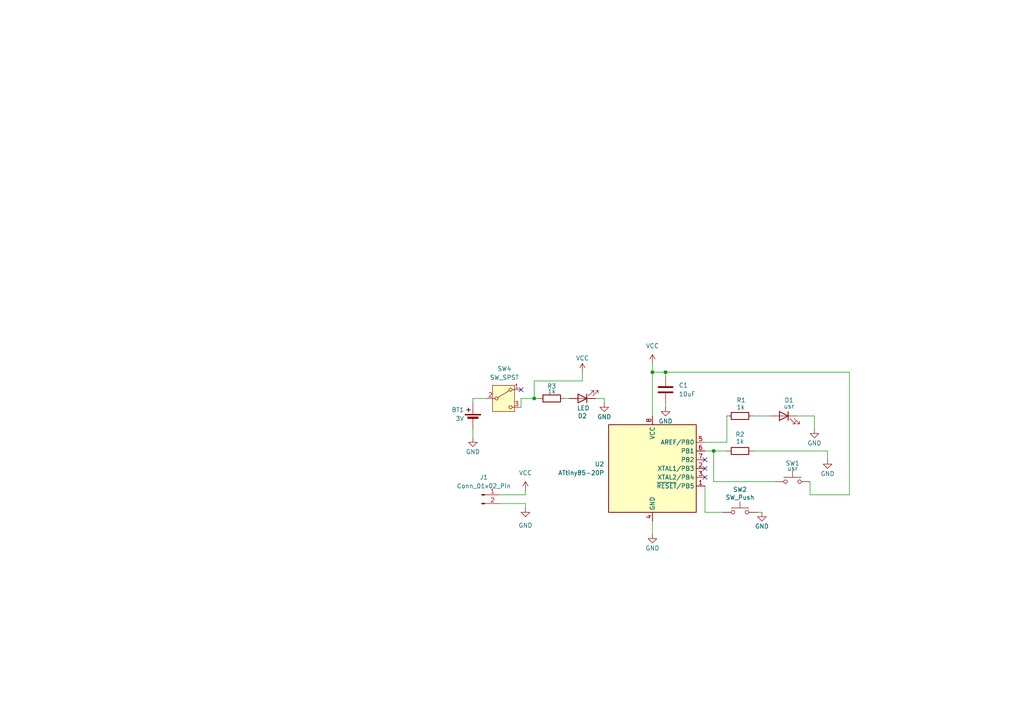
<source format=kicad_sch>
(kicad_sch (version 20250114) (generator "eeschema") (generator_version "9.0")
  (paper "A4")
  (title_block (title "average 3 am inspiration be like") (date "2025-11-18") (rev "1.1") (company "lake electrical club"))
  (lib_symbols
    (symbol "Connector:Conn_01x02_Pin" (pin_names (offset 1.016) (hide yes))
      (property "Reference" "J" (at 0 2.54 0))
      (property "Value" "Conn_01x02_Pin" (at 0 -5.08 0))
      (symbol "Conn_01x02_Pin_1_1"
        (rectangle (start 0.8636 0.127) (end 0 -0.127) (stroke (width 0.1524)) (fill (type outline)))
        (rectangle (start 0.8636 -2.413) (end 0 -2.667) (stroke (width 0.1524)) (fill (type outline)))
        (polyline (pts (xy 1.27 0) (xy 0.8636 0)) (stroke (width 0.1524)))
        (polyline (pts (xy 1.27 -2.54) (xy 0.8636 -2.54)) (stroke (width 0.1524)))
        (pin passive line (at 5.08 0 180) (length 3.81) (name "Pin_1") (number "1"))
        (pin passive line (at 5.08 -2.54 180) (length 3.81) (name "Pin_2") (number "2"))
      )
    )
    (symbol "Device:Battery_Cell" (pin_numbers (hide yes)) (pin_names (offset 0) (hide yes))
      (property "Reference" "BT" (at 2.54 2.54 0))
      (property "Value" "Battery_Cell" (at 2.54 0 0))
      (symbol "Battery_Cell_0_1"
        (rectangle (start -2.286 1.778) (end 2.286 1.524) (fill (type outline)))
        (rectangle (start -1.524 1.016) (end 1.524 0.508) (fill (type outline)))
        (polyline (pts (xy 0 1.778) (xy 0 2.54)))
        (polyline (pts (xy 0 0.762) (xy 0 0)))
        (polyline (pts (xy 0.762 3.048) (xy 1.778 3.048)) (stroke (width 0.254)))
        (polyline (pts (xy 1.27 3.556) (xy 1.27 2.54)) (stroke (width 0.254)))
      )
      (symbol "Battery_Cell_1_1"
        (pin passive line (at 0 5.08 270) (length 2.54) (name "+") (number "1"))
        (pin passive line (at 0 -2.54 90) (length 2.54) (name "-") (number "2"))
      )
    )
    (symbol "Device:C" (pin_numbers (hide yes)) (pin_names (offset 0.254))
      (property "Reference" "C" (at 0.635 2.54 0))
      (property "Value" "C" (at 0.635 -2.54 0))
      (symbol "C_0_1"
        (polyline (pts (xy -2.032 0.762) (xy 2.032 0.762)) (stroke (width 0.508)))
        (polyline (pts (xy -2.032 -0.762) (xy 2.032 -0.762)) (stroke (width 0.508)))
      )
      (symbol "C_1_1"
        (pin passive line (at 0 3.81 270) (length 2.794) (name "~") (number "1"))
        (pin passive line (at 0 -3.81 90) (length 2.794) (name "~") (number "2"))
      )
    )
    (symbol "Device:LED" (pin_numbers (hide yes)) (pin_names (offset 1.016) (hide yes))
      (property "Reference" "D" (at 0 2.54 0))
      (property "Value" "LED" (at 0 -2.54 0))
      (symbol "LED_0_1"
        (polyline (pts (xy -3.048 -0.762) (xy -4.572 -2.286) (xy -3.81 -2.286) (xy -4.572 -2.286) (xy -4.572 -1.524)))
        (polyline (pts (xy -1.778 -0.762) (xy -3.302 -2.286) (xy -2.54 -2.286) (xy -3.302 -2.286) (xy -3.302 -1.524)))
        (polyline (pts (xy -1.27 0) (xy 1.27 0)))
        (polyline (pts (xy -1.27 -1.27) (xy -1.27 1.27)) (stroke (width 0.254)))
        (polyline (pts (xy 1.27 -1.27) (xy 1.27 1.27) (xy -1.27 0) (xy 1.27 -1.27)) (stroke (width 0.254)))
      )
      (symbol "LED_1_1"
        (pin passive line (at -3.81 0 0) (length 2.54) (name "K") (number "1"))
        (pin passive line (at 3.81 0 180) (length 2.54) (name "A") (number "2"))
      )
    )
    (symbol "Device:R" (pin_numbers (hide yes)) (pin_names (offset 0))
      (property "Reference" "R" (at 2.032 0 90))
      (property "Value" "R" (at 0 0 90))
      (symbol "R_0_1"
        (rectangle (start -1.016 -2.54) (end 1.016 2.54) (stroke (width 0.254)))
      )
      (symbol "R_1_1"
        (pin passive line (at 0 3.81 270) (length 1.27) (name "~") (number "1"))
        (pin passive line (at 0 -3.81 90) (length 1.27) (name "~") (number "2"))
      )
    )
    (symbol "MCU_Microchip_ATtiny:ATtiny85-20P"
      (property "Reference" "U" (at -12.7 13.97 0))
      (property "Value" "ATtiny85-20P" (at 2.54 -13.97 0))
      (symbol "ATtiny85-20P_0_1"
        (rectangle (start -12.7 -12.7) (end 12.7 12.7) (stroke (width 0.254)) (fill (type background)))
      )
      (symbol "ATtiny85-20P_1_1"
        (pin power_in line (at 0 15.24 270) (length 2.54) (name "VCC") (number "8"))
        (pin power_in line (at 0 -15.24 90) (length 2.54) (name "GND") (number "4"))
        (pin bidirectional line (at 15.24 7.62 180) (length 2.54) (name "AREF/PB0") (number "5"))
        (pin bidirectional line (at 15.24 5.08 180) (length 2.54) (name "PB1") (number "6"))
        (pin bidirectional line (at 15.24 2.54 180) (length 2.54) (name "PB2") (number "7"))
        (pin bidirectional line (at 15.24 0 180) (length 2.54) (name "XTAL1/PB3") (number "2"))
        (pin bidirectional line (at 15.24 -2.54 180) (length 2.54) (name "XTAL2/PB4") (number "3"))
        (pin bidirectional line (at 15.24 -5.08 180) (length 2.54) (name "~{RESET}/PB5") (number "1"))
      )
    )
    (symbol "Switch:SW_Push" (pin_numbers (hide yes)) (pin_names (offset 1.016) (hide yes))
      (property "Reference" "SW" (at 1.27 2.54 0))
      (property "Value" "SW_Push" (at 0 -1.524 0))
      (symbol "SW_Push_0_1"
        (circle (center -2.032 0) (radius 0.508))
        (polyline (pts (xy 0 1.27) (xy 0 3.048)))
        (circle (center 2.032 0) (radius 0.508))
        (polyline (pts (xy 2.54 1.27) (xy -2.54 1.27)))
        (pin passive line (at -5.08 0 0) (length 2.54) (name "1") (number "1"))
        (pin passive line (at 5.08 0 180) (length 2.54) (name "2") (number "2"))
      )
    )
    (symbol "Switch:SW_SPDT" (pin_names (offset 0) (hide yes))
      (property "Reference" "SW" (at 0 5.08 0))
      (property "Value" "SW_SPDT" (at 0 -5.08 0))
      (symbol "SW_SPDT_0_1"
        (circle (center -2.032 0) (radius 0.4572))
        (polyline (pts (xy -1.651 0.254) (xy 1.651 2.286)))
        (circle (center 2.032 2.54) (radius 0.4572))
        (circle (center 2.032 -2.54) (radius 0.4572))
      )
      (symbol "SW_SPDT_1_1"
        (rectangle (start -3.175 3.81) (end 3.175 -3.81) (fill (type background)))
        (pin passive line (at -5.08 0 0) (length 2.54) (name "B") (number "2"))
        (pin passive line (at 5.08 2.54 180) (length 2.54) (name "A") (number "1"))
        (pin passive line (at 5.08 -2.54 180) (length 2.54) (name "C") (number "3"))
      )
    )
    (symbol "power:GND" (power) (pin_numbers (hide yes)) (pin_names (offset 0) (hide yes))
      (property "Value" "GND" (at 0 -3.81 0))
      (symbol "GND_0_1"
        (polyline (pts (xy 0 0) (xy 0 -1.27) (xy 1.27 -1.27) (xy 0 -2.54) (xy -1.27 -1.27) (xy 0 -1.27)))
      )
      (symbol "GND_1_1"
        (pin power_in line (at 0 0 270) (length 0) (name "~") (number "1"))
      )
    )
    (symbol "power:VCC" (power) (pin_numbers (hide yes)) (pin_names (offset 0) (hide yes))
      (property "Value" "VCC" (at 0 3.556 0))
      (symbol "VCC_0_1"
        (polyline (pts (xy -0.762 1.27) (xy 0 2.54)))
        (polyline (pts (xy 0 2.54) (xy 0.762 1.27)))
        (polyline (pts (xy 0 0) (xy 0 2.54)))
      )
      (symbol "VCC_1_1"
        (pin power_in line (at 0 0 90) (length 0) (name "~") (number "1"))
      )
    )
  )
  (junction (at 189.23 107.95))
  (junction (at 207.01 130.81))
  (junction (at 193.04 107.95))
  (junction (at 154.94 115.57))
  (no_connect (at 151.13 113.03))
  (no_connect (at 204.47 135.89))
  (no_connect (at 204.47 138.43))
  (no_connect (at 204.47 133.35))
  (wire (pts (xy 220.98 148.59) (xy 219.71 148.59)))
  (wire (pts (xy 137.16 115.57) (xy 140.97 115.57)))
  (wire (pts (xy 234.95 143.51) (xy 246.38 143.51)))
  (wire (pts (xy 204.47 128.27) (xy 210.82 128.27)))
  (wire (pts (xy 152.4 143.51) (xy 144.78 143.51)))
  (wire (pts (xy 207.01 130.81) (xy 204.47 130.81)))
  (wire (pts (xy 240.03 130.81) (xy 218.44 130.81)))
  (wire (pts (xy 152.4 142.24) (xy 152.4 143.51)))
  (wire (pts (xy 152.4 146.05) (xy 144.78 146.05)))
  (wire (pts (xy 154.94 110.49) (xy 154.94 115.57)))
  (wire (pts (xy 204.47 148.59) (xy 209.55 148.59)))
  (wire (pts (xy 189.23 105.41) (xy 189.23 107.95)))
  (wire (pts (xy 193.04 118.11) (xy 193.04 116.84)))
  (wire (pts (xy 207.01 130.81) (xy 210.82 130.81)))
  (wire (pts (xy 152.4 147.32) (xy 152.4 146.05)))
  (wire (pts (xy 189.23 107.95) (xy 193.04 107.95)))
  (wire (pts (xy 154.94 115.57) (xy 156.21 115.57)))
  (wire (pts (xy 204.47 140.97) (xy 204.47 148.59)))
  (wire (pts (xy 236.22 120.65) (xy 236.22 124.46)))
  (wire (pts (xy 163.83 115.57) (xy 165.1 115.57)))
  (wire (pts (xy 234.95 139.7) (xy 234.95 143.51)))
  (wire (pts (xy 168.91 107.95) (xy 168.91 110.49)))
  (wire (pts (xy 189.23 107.95) (xy 189.23 120.65)))
  (wire (pts (xy 137.16 124.46) (xy 137.16 127)))
  (wire (pts (xy 154.94 110.49) (xy 168.91 110.49)))
  (wire (pts (xy 218.44 120.65) (xy 223.52 120.65)))
  (wire (pts (xy 137.16 116.84) (xy 137.16 115.57)))
  (wire (pts (xy 151.13 115.57) (xy 154.94 115.57)))
  (wire (pts (xy 224.79 139.7) (xy 207.01 139.7)))
  (wire (pts (xy 246.38 143.51) (xy 246.38 107.95)))
  (wire (pts (xy 189.23 151.13) (xy 189.23 154.94)))
  (wire (pts (xy 207.01 139.7) (xy 207.01 130.81)))
  (wire (pts (xy 236.22 120.65) (xy 231.14 120.65)))
  (wire (pts (xy 193.04 109.22) (xy 193.04 107.95)))
  (wire (pts (xy 151.13 115.57) (xy 151.13 118.11)))
  (wire (pts (xy 210.82 128.27) (xy 210.82 120.65)))
  (wire (pts (xy 175.26 115.57) (xy 172.72 115.57)))
  (wire (pts (xy 193.04 107.95) (xy 246.38 107.95)))
  (wire (pts (xy 175.26 116.84) (xy 175.26 115.57)))
  (wire (pts (xy 240.03 133.35) (xy 240.03 130.81)))
  (symbol (lib_id "power:GND") (at 175.26 116.84 0) (unit 1)
    (property "Reference" "#PWR06" (effects (hide yes)))
    (property "Value" "GND" (at 175.26 120.904 0))
    (property "Description" "Power symbol creates a global label with name \"GND\" , ground" (effects (hide yes)))
  )
  (symbol (lib_id "Device:R") (at 160.02 115.57 90) (unit 1)
    (property "Reference" "R3" (at 160.02 112.014 90))
    (property "Value" "1k" (at 160.02 113.538 90))
    (property "Footprint" "Resistor_THT:R_Axial_DIN0204_L3.6mm_D1.6mm_P5.08mm_Horizontal" (effects (hide yes)))
    (property "Description" "Resistor" (effects (hide yes)))
  )
  (symbol (lib_id "power:GND") (at 193.04 118.11 0) (unit 1)
    (property "Reference" "#PWR08" (effects (hide yes)))
    (property "Value" "GND" (at 193.04 122.174 0))
    (property "Description" "Power symbol creates a global label with name \"GND\" , ground" (effects (hide yes)))
  )
  (symbol (lib_id "Device:C") (at 193.04 113.03 0) (unit 1)
    (property "Reference" "C1" (at 196.85 111.7599 0) (effects (justify left)))
    (property "Value" "10uF" (at 196.85 114.2999 0) (effects (justify left)))
    (property "Footprint" "Capacitor_THT:C_Disc_D6.0mm_W4.4mm_P5.00mm" (effects (hide yes)))
    (property "Description" "Unpolarized capacitor" (effects (hide yes)))
  )
  (symbol (lib_id "Device:Battery_Cell") (at 137.16 121.92 0) (mirror y) (unit 1)
    (property "Reference" "BT1" (at 134.62 118.872 0) (effects (justify left)))
    (property "Value" "3V" (at 134.62 121.412 0) (effects (justify left)))
    (property "Footprint" "Battery:Battery_Panasonic_CR1025-VSK_Vertical_CircularHoles" (effects (hide yes)))
    (property "Description" "Single-cell battery" (effects (hide yes)))
  )
  (symbol (lib_id "Connector:Conn_01x02_Pin") (at 139.7 143.51 0) (unit 1)
    (property "Reference" "J1" (at 140.335 138.43 0))
    (property "Value" "Conn_01x02_Pin" (at 140.335 140.97 0))
    (property "Footprint" "Connector_PinHeader_2.00mm:PinHeader_1x02_P2.00mm_Vertical" (effects (hide yes)))
    (property "Description" "Generic connector, single row, 01x02, script generated" (effects (hide yes)))
  )
  (symbol (lib_id "power:GND") (at 137.16 127 0) (unit 1)
    (property "Reference" "#PWR05" (effects (hide yes)))
    (property "Value" "GND" (at 137.16 131.064 0))
    (property "Description" "Power symbol creates a global label with name \"GND\" , ground" (effects (hide yes)))
  )
  (symbol (lib_id "power:GND") (at 152.4 147.32 0) (unit 1)
    (property "Reference" "#PWR011" (effects (hide yes)))
    (property "Value" "GND" (at 152.4 152.4 0))
    (property "Description" "Power symbol creates a global label with name \"GND\" , ground" (effects (hide yes)))
  )
  (symbol (lib_id "Switch:SW_SPDT") (at 146.05 115.57 0) (unit 1)
    (property "Reference" "SW4" (at 146.304 106.934 0))
    (property "Value" "SW_SPST" (at 146.304 109.474 0))
    (property "Footprint" "Button_Switch_THT:SW_Slide_SPDT_Straight_CK_OS102011MS2Q" (effects (hide yes)))
    (property "Description" "Switch, single pole double throw" (effects (hide yes)))
  )
  (symbol (lib_id "power:GND") (at 189.23 154.94 0) (unit 1)
    (property "Reference" "#PWR09" (effects (hide yes)))
    (property "Value" "GND" (at 189.23 159.004 0))
    (property "Description" "Power symbol creates a global label with name \"GND\" , ground" (effects (hide yes)))
  )
  (symbol (lib_id "power:VCC") (at 152.4 142.24 0) (unit 1)
    (property "Reference" "#PWR010" (effects (hide yes)))
    (property "Value" "VCC" (at 152.4 137.16 0))
    (property "Description" "Power symbol creates a global label with name \"VCC\"" (effects (hide yes)))
  )
  (symbol (lib_id "power:VCC") (at 168.91 107.95 0) (unit 1)
    (property "Reference" "#PWR04" (effects (hide yes)))
    (property "Value" "VCC" (at 168.91 103.886 0))
    (property "Description" "Power symbol creates a global label with name \"VCC\"" (effects (hide yes)))
  )
  (symbol (lib_id "Device:LED") (at 168.91 115.57 180) (unit 1)
    (property "Reference" "D2" (at 168.91 120.65 0))
    (property "Value" "LED" (at 169.164 118.364 0))
    (property "Footprint" "LED_THT:LED_D3.0mm" (effects (hide yes)))
    (property "Description" "Light emitting diode" (effects (hide yes)))
    (property "Sim.Pins" "1=K 2=A" (effects (hide yes)))
  )
  (symbol (lib_id "power:VCC") (at 189.23 105.41 0) (unit 1)
    (property "Reference" "#PWR02" (effects (hide yes)))
    (property "Value" "VCC" (at 189.23 100.33 0))
    (property "Description" "Power symbol creates a global label with name \"VCC\"" (effects (hide yes)))
  )
  (symbol (lib_id "Device:R") (at 214.63 130.81 90) (unit 1)
    (property "Reference" "R2" (at 214.63 125.984 90))
    (property "Value" "1k" (at 214.63 128.016 90))
    (property "Footprint" "Resistor_THT:R_Axial_DIN0204_L3.6mm_D1.6mm_P5.08mm_Horizontal" (effects (hide yes)))
    (property "Description" "Resistor" (effects (hide yes)))
  )
  (symbol (lib_id "Device:LED") (at 227.33 120.65 0) (mirror y) (unit 1)
    (property "Reference" "D1" (at 228.854 116.078 0))
    (property "Value" "usr" (at 228.854 117.856 0))
    (property "Footprint" "LED_THT:LED_D3.0mm" (effects (hide yes)))
    (property "Description" "Light emitting diode" (effects (hide yes)))
    (property "Sim.Pins" "1=K 2=A" (effects (hide yes)))
  )
  (symbol (lib_id "Switch:SW_Push") (at 229.87 139.7 0) (unit 1)
    (property "Reference" "SW1" (at 229.87 134.366 0))
    (property "Value" "usr" (at 229.87 135.89 0))
    (property "Footprint" "Button_Switch_THT:SW_PUSH_6mm_H7.3mm" (effects (hide yes)))
    (property "Description" "Push button switch, generic, two pins" (effects (hide yes)))
  )
  (symbol (lib_id "MCU_Microchip_ATtiny:ATtiny85-20P") (at 189.23 135.89 0) (unit 1)
    (property "Reference" "U2" (at 175.26 134.6199 0) (effects (justify right)))
    (property "Value" "ATtiny85-20P" (at 175.26 137.1599 0) (effects (justify right)))
    (property "Footprint" "Package_DIP:DIP-8_W7.62mm_Socket" (effects (hide yes)))
    (property "Datasheet" "http://ww1.microchip.com/downloads/en/DeviceDoc/atmel-2586-avr-8-bit-microcontroller-attiny25-attiny45-attiny85_datasheet.pdf" (effects (hide yes)))
    (property "Description" "20MHz, 8kB Flash, 512B SRAM, 512B EEPROM, debugWIRE, DIP-8" (effects (hide yes)))
  )
  (symbol (lib_id "power:GND") (at 240.03 133.35 0) (unit 1)
    (property "Reference" "#PWR01" (effects (hide yes)))
    (property "Value" "GND" (at 240.03 137.414 0))
    (property "Description" "Power symbol creates a global label with name \"GND\" , ground" (effects (hide yes)))
  )
  (symbol (lib_id "Device:R") (at 214.63 120.65 270) (mirror x) (unit 1)
    (property "Reference" "R1" (at 213.614 116.078 90) (effects (justify left)))
    (property "Value" "1k" (at 213.614 118.11 90) (effects (justify left)))
    (property "Footprint" "Resistor_THT:R_Axial_DIN0204_L3.6mm_D1.6mm_P5.08mm_Horizontal" (effects (hide yes)))
    (property "Description" "Resistor" (effects (hide yes)))
  )
  (symbol (lib_id "Switch:SW_Push") (at 214.63 148.59 0) (unit 1)
    (property "Reference" "SW2" (at 214.63 141.986 0))
    (property "Value" "SW_Push" (at 214.63 144.272 0))
    (property "Footprint" "Button_Switch_THT:SW_PUSH_6mm_H7.3mm" (effects (hide yes)))
    (property "Description" "Push button switch, generic, two pins" (effects (hide yes)))
  )
  (symbol (lib_id "power:GND") (at 220.98 148.59 0) (unit 1)
    (property "Reference" "#PWR07" (effects (hide yes)))
    (property "Value" "GND" (at 220.98 152.654 0))
    (property "Description" "Power symbol creates a global label with name \"GND\" , ground" (effects (hide yes)))
  )
  (symbol (lib_id "power:GND") (at 236.22 124.46 0) (unit 1)
    (property "Reference" "#PWR03" (effects (hide yes)))
    (property "Value" "GND" (at 236.22 128.524 0))
    (property "Description" "Power symbol creates a global label with name \"GND\" , ground" (effects (hide yes)))
  )
)
</source>
